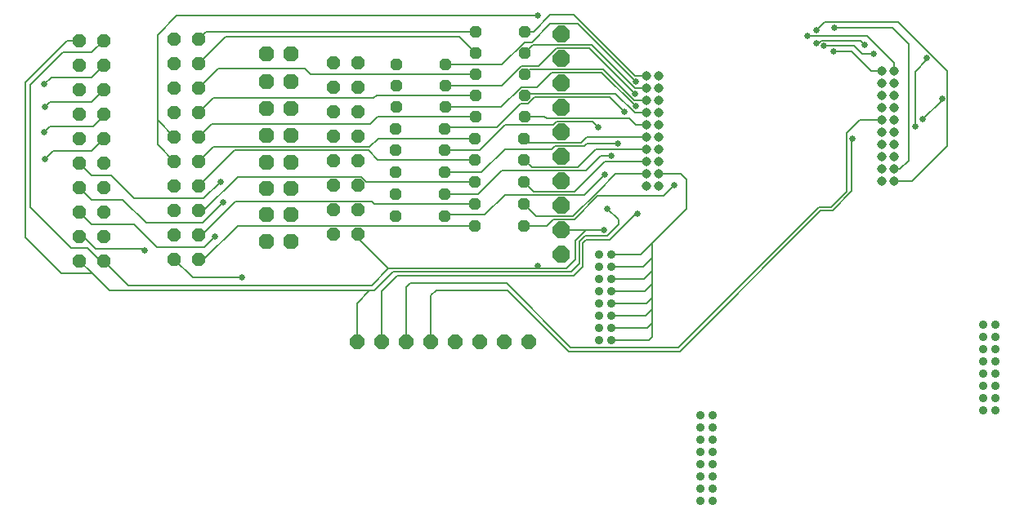
<source format=gbr>
G04 EAGLE Gerber RS-274X export*
G75*
%MOMM*%
%FSLAX34Y34*%
%LPD*%
%INBottom Copper*%
%IPPOS*%
%AMOC8*
5,1,8,0,0,1.08239X$1,22.5*%
G01*
%ADD10C,0.975000*%
%ADD11C,0.914400*%
%ADD12P,1.484606X8X112.500000*%
%ADD13P,1.924489X8X22.500000*%
%ADD14P,1.319650X8X202.500000*%
%ADD15P,1.732040X8X22.500000*%
%ADD16P,1.623585X8X22.500000*%
%ADD17C,0.152400*%
%ADD18C,0.654800*%


D10*
X-40894Y683514D03*
X-40894Y670814D03*
X-40894Y658114D03*
X-40894Y645414D03*
X-40894Y632714D03*
X-40894Y620014D03*
X-40894Y607314D03*
X-40894Y594614D03*
X-40894Y581914D03*
X-40894Y569214D03*
X-53594Y569214D03*
X-53594Y581914D03*
X-53594Y594614D03*
X-53594Y607314D03*
X-53594Y620014D03*
X-53594Y632714D03*
X-53594Y645414D03*
X-53594Y658114D03*
X-53594Y670814D03*
X-53594Y683514D03*
X-284734Y678434D03*
X-284734Y665734D03*
X-284734Y653034D03*
X-284734Y640334D03*
X-284734Y627634D03*
X-284734Y614934D03*
X-284734Y602234D03*
X-284734Y589534D03*
X-284734Y576834D03*
X-284734Y564134D03*
X-297434Y564134D03*
X-297434Y576834D03*
X-297434Y589534D03*
X-297434Y602234D03*
X-297434Y614934D03*
X-297434Y627634D03*
X-297434Y640334D03*
X-297434Y653034D03*
X-297434Y665734D03*
X-297434Y678434D03*
D11*
X51054Y331216D03*
X63754Y331216D03*
X51054Y343916D03*
X63754Y343916D03*
X51054Y356616D03*
X63754Y356616D03*
X51054Y369316D03*
X63754Y369316D03*
X51054Y382016D03*
X63754Y382016D03*
X51054Y394716D03*
X63754Y394716D03*
X51054Y407416D03*
X63754Y407416D03*
X51054Y420116D03*
X63754Y420116D03*
D12*
X-786638Y488442D03*
X-761238Y488442D03*
X-786638Y513842D03*
X-761238Y513842D03*
X-786638Y539242D03*
X-761238Y539242D03*
X-786638Y564642D03*
X-761238Y564642D03*
X-786638Y590042D03*
X-761238Y590042D03*
X-786638Y615442D03*
X-761238Y615442D03*
X-786638Y640842D03*
X-761238Y640842D03*
X-786638Y666242D03*
X-761238Y666242D03*
X-786638Y691642D03*
X-761238Y691642D03*
X-786638Y717042D03*
X-761238Y717042D03*
X-885190Y486918D03*
X-859790Y486918D03*
X-885190Y512318D03*
X-859790Y512318D03*
X-885190Y537718D03*
X-859790Y537718D03*
X-885190Y563118D03*
X-859790Y563118D03*
X-885190Y588518D03*
X-859790Y588518D03*
X-885190Y613918D03*
X-859790Y613918D03*
X-885190Y639318D03*
X-859790Y639318D03*
X-885190Y664718D03*
X-859790Y664718D03*
X-885190Y690118D03*
X-859790Y690118D03*
X-885190Y715518D03*
X-859790Y715518D03*
X-596900Y514096D03*
X-622300Y514096D03*
X-596900Y539496D03*
X-622300Y539496D03*
X-596900Y564896D03*
X-622300Y564896D03*
X-596900Y590296D03*
X-622300Y590296D03*
X-596900Y615696D03*
X-622300Y615696D03*
X-596900Y641096D03*
X-622300Y641096D03*
X-596900Y666496D03*
X-622300Y666496D03*
X-596900Y691896D03*
X-622300Y691896D03*
D13*
X-385826Y493268D03*
X-385826Y518668D03*
X-385826Y544068D03*
X-385826Y569468D03*
X-385826Y594868D03*
X-385826Y620268D03*
X-385826Y645668D03*
X-385826Y671068D03*
X-385826Y696468D03*
X-385826Y721868D03*
D11*
X-334264Y404368D03*
X-346964Y404368D03*
X-334264Y417068D03*
X-346964Y417068D03*
X-334264Y429768D03*
X-346964Y429768D03*
X-334264Y442468D03*
X-346964Y442468D03*
X-334264Y455168D03*
X-346964Y455168D03*
X-334264Y467868D03*
X-346964Y467868D03*
X-334264Y480568D03*
X-346964Y480568D03*
X-334264Y493268D03*
X-346964Y493268D03*
X-229362Y237236D03*
X-242062Y237236D03*
X-229362Y249936D03*
X-242062Y249936D03*
X-229362Y262636D03*
X-242062Y262636D03*
X-229362Y275336D03*
X-242062Y275336D03*
X-229362Y288036D03*
X-242062Y288036D03*
X-229362Y300736D03*
X-242062Y300736D03*
X-229362Y313436D03*
X-242062Y313436D03*
X-229362Y326136D03*
X-242062Y326136D03*
D14*
X-424688Y523240D03*
X-475488Y523240D03*
X-424688Y545846D03*
X-475488Y545846D03*
X-424688Y568706D03*
X-475488Y568706D03*
X-424434Y591820D03*
X-475234Y591820D03*
X-424434Y613664D03*
X-475234Y613664D03*
X-423926Y636270D03*
X-474726Y636270D03*
X-423926Y658622D03*
X-474726Y658622D03*
X-423672Y680466D03*
X-474472Y680466D03*
X-506730Y533146D03*
X-557530Y533146D03*
X-506730Y555752D03*
X-557530Y555752D03*
X-506730Y578612D03*
X-557530Y578612D03*
X-506476Y601726D03*
X-557276Y601726D03*
X-506476Y623570D03*
X-557276Y623570D03*
X-505968Y646176D03*
X-556768Y646176D03*
X-505968Y668528D03*
X-556768Y668528D03*
X-505714Y690372D03*
X-556514Y690372D03*
D15*
X-691388Y506730D03*
X-665988Y506730D03*
X-691388Y534416D03*
X-665988Y534416D03*
X-691388Y561848D03*
X-665988Y561848D03*
X-691388Y589280D03*
X-665988Y589280D03*
X-691388Y616966D03*
X-665988Y616966D03*
X-691388Y644906D03*
X-665988Y644906D03*
X-691388Y673100D03*
X-665988Y673100D03*
X-691388Y701548D03*
X-665988Y701548D03*
D14*
X-423672Y702310D03*
X-474472Y702310D03*
X-423672Y724662D03*
X-474472Y724662D03*
D16*
X-597408Y402844D03*
X-572008Y402844D03*
X-546608Y402844D03*
X-521208Y402844D03*
X-495808Y402844D03*
X-470408Y402844D03*
X-445008Y402844D03*
X-419608Y402844D03*
D17*
X-786638Y615442D02*
X-803910Y632714D01*
X-803910Y721360D01*
X-784098Y741172D01*
X-334264Y493268D02*
X-303784Y493268D01*
X-291592Y505460D02*
X-256032Y541020D01*
X-291592Y505460D02*
X-303784Y493268D01*
X-295402Y404368D02*
X-334264Y404368D01*
X-291592Y408178D02*
X-291592Y422148D01*
X-291592Y436880D01*
X-291592Y448818D01*
X-291592Y462788D01*
X-291592Y476250D01*
X-291592Y490220D01*
X-291592Y505460D01*
X-291592Y408178D02*
X-295402Y404368D01*
X-298704Y429768D02*
X-334264Y429768D01*
X-298704Y429768D02*
X-291592Y436880D01*
X-297942Y442468D02*
X-334264Y442468D01*
X-297942Y442468D02*
X-291592Y448818D01*
X-299212Y455168D02*
X-334264Y455168D01*
X-299212Y455168D02*
X-291592Y462788D01*
X-299974Y467868D02*
X-334264Y467868D01*
X-299974Y467868D02*
X-291592Y476250D01*
X-301244Y480568D02*
X-334264Y480568D01*
X-301244Y480568D02*
X-291592Y490220D01*
X-256032Y541020D02*
X-256032Y570992D01*
X-296672Y417068D02*
X-334264Y417068D01*
X-296672Y417068D02*
X-291592Y422148D01*
X-834136Y461264D02*
X-859790Y486918D01*
X-341244Y518292D02*
X-341244Y518536D01*
D18*
X-341244Y518536D03*
D17*
X-582422Y461264D02*
X-834136Y461264D01*
X-341244Y518292D02*
X-341122Y518414D01*
X-371348Y488188D02*
X-380873Y478663D01*
X-859790Y715518D02*
X-872236Y703072D01*
X-936244Y669036D02*
X-936244Y542036D01*
X-894080Y499872D01*
X-863600Y486918D02*
X-859790Y486918D01*
X-872236Y703072D02*
X-902208Y703072D01*
X-936244Y669036D01*
X-894080Y499872D02*
X-876554Y499872D01*
X-863600Y486918D01*
X-786638Y590042D02*
X-803910Y607314D01*
X-803910Y632714D01*
X-572008Y454914D02*
X-572008Y402844D01*
D18*
X-307086Y535404D03*
D17*
X-556006Y470916D02*
X-572008Y454914D01*
X-556006Y470916D02*
X-373387Y470916D01*
X-308899Y535404D02*
X-307086Y535404D01*
X-363732Y480572D02*
X-373387Y470916D01*
X-335792Y508512D02*
X-308899Y535404D01*
X-380873Y478663D02*
X-409956Y478663D01*
X-565023Y478663D01*
X-582422Y461264D01*
X-385826Y518668D02*
X-360172Y518668D01*
X-341376Y518668D02*
X-341122Y518414D01*
D18*
X-409956Y741172D03*
D17*
X-784098Y741172D01*
D18*
X-409956Y481175D03*
D17*
X-409956Y478663D01*
X-261874Y576834D02*
X-256032Y570992D01*
X-261874Y576834D02*
X-284734Y576834D01*
X-596900Y514096D02*
X-596900Y510540D01*
X-565023Y478663D01*
X-371348Y488188D02*
X-371348Y507492D01*
X-360172Y518668D02*
X-341376Y518668D01*
X-360172Y518668D02*
X-371348Y507492D01*
X-363732Y504948D02*
X-363732Y480572D01*
X-360168Y508512D02*
X-335792Y508512D01*
X-360168Y508512D02*
X-363732Y504948D01*
X-871855Y473583D02*
X-885190Y486918D01*
X-871855Y473583D02*
X-853948Y455676D01*
X-584454Y455676D01*
X-579882Y455676D01*
X-375793Y475615D02*
X-367284Y484124D01*
X-885190Y715518D02*
X-897636Y715518D01*
X-941324Y671830D02*
X-941324Y511302D01*
X-903605Y473583D01*
X-871855Y473583D01*
X-941324Y671830D02*
X-897636Y715518D01*
X-597408Y442722D02*
X-597408Y402844D01*
X-597408Y442722D02*
X-584454Y455676D01*
X-559943Y475615D02*
X-375793Y475615D01*
X-559943Y475615D02*
X-579882Y455676D01*
X-326644Y524764D02*
X-326644Y529844D01*
X-337947Y541147D01*
D18*
X-337947Y541147D03*
D17*
X-367284Y506476D02*
X-367284Y484124D01*
X-360784Y512976D02*
X-338432Y512976D01*
X-360784Y512976D02*
X-367284Y506476D01*
X-338432Y512976D02*
X-326644Y524764D01*
D18*
X-103124Y728726D03*
D17*
X-42926Y728726D01*
X-25654Y711454D01*
X-25654Y591058D01*
X-34798Y581914D02*
X-40894Y581914D01*
X-34798Y581914D02*
X-25654Y591058D01*
X-403098Y636270D02*
X-423926Y636270D01*
X-308356Y627634D02*
X-297434Y627634D01*
X-401320Y634492D02*
X-403098Y636270D01*
X-401320Y634492D02*
X-315214Y634492D01*
X-308356Y627634D01*
X-419862Y609092D02*
X-424434Y613664D01*
X-359410Y614934D02*
X-297434Y614934D01*
X-365252Y609092D02*
X-419862Y609092D01*
X-365252Y609092D02*
X-359410Y614934D01*
D18*
X-309411Y660174D03*
D17*
X-390455Y707644D02*
X-409251Y688848D01*
X-427144Y688848D01*
X-390455Y707644D02*
X-356881Y707644D01*
X-309411Y660174D01*
X-447464Y668528D02*
X-505968Y668528D01*
X-447464Y668528D02*
X-427144Y688848D01*
X-424688Y545846D02*
X-411734Y532892D01*
X-373634Y532892D01*
X-347980Y558546D01*
X-347980Y558800D01*
X-329946Y576834D01*
X-297434Y576834D01*
D18*
X-308395Y672874D03*
D17*
X-416553Y713740D02*
X-424096Y713740D01*
X-416553Y713740D02*
X-397249Y733044D01*
X-368565Y733044D01*
X-308395Y672874D01*
X-447464Y690372D02*
X-505714Y690372D01*
X-447464Y690372D02*
X-424096Y713740D01*
X-424688Y523240D02*
X-400812Y523240D01*
X-394208Y529844D02*
X-372371Y529844D01*
X-394208Y529844D02*
X-400812Y523240D01*
X-372371Y529844D02*
X-348241Y553974D01*
X-280162Y553974D02*
X-268478Y565658D01*
D18*
X-268478Y565658D03*
D17*
X-280162Y553974D02*
X-348241Y553974D01*
X-414274Y558292D02*
X-424688Y568706D01*
X-340868Y589534D02*
X-297434Y589534D01*
X-372110Y558292D02*
X-414274Y558292D01*
X-372110Y558292D02*
X-340868Y589534D01*
X-468630Y578612D02*
X-506730Y578612D01*
D18*
X-327406Y608076D03*
D17*
X-359664Y608076D01*
X-361696Y606044D01*
X-392684Y606044D01*
D18*
X-103632Y704088D03*
D17*
X-85090Y704088D01*
X-64516Y683514D02*
X-53594Y683514D01*
X-64516Y683514D02*
X-85090Y704088D01*
X-392684Y606044D02*
X-395986Y602742D01*
X-444500Y602742D02*
X-468630Y578612D01*
X-444500Y602742D02*
X-395986Y602742D01*
X-414782Y724662D02*
X-423672Y724662D01*
X-414782Y724662D02*
X-397256Y742188D01*
X-373126Y742188D01*
X-309372Y678434D02*
X-297434Y678434D01*
X-309372Y678434D02*
X-373126Y742188D01*
X-505460Y534416D02*
X-506730Y533146D01*
X-505460Y534416D02*
X-465074Y534416D01*
X-444246Y555244D01*
X-361696Y555244D02*
X-340614Y576326D01*
X-361696Y555244D02*
X-444246Y555244D01*
D18*
X-340614Y576326D03*
X-121920Y712978D03*
D17*
X-118579Y712978D01*
X-116095Y715462D01*
X-108006Y715462D02*
X-107950Y715518D01*
X-108006Y715462D02*
X-116095Y715462D01*
X-108006Y715462D02*
X-76144Y715462D01*
X-71882Y711200D01*
D18*
X-71882Y711200D03*
X-121412Y726468D03*
D17*
X-37067Y734794D02*
X14196Y683531D01*
X14196Y605762D01*
X-113086Y734794D02*
X-121412Y726468D01*
X-113086Y734794D02*
X-37067Y734794D01*
X14196Y605762D02*
X-22352Y569214D01*
X-40894Y569214D01*
X-448226Y646176D02*
X-505968Y646176D01*
X-448226Y646176D02*
X-427398Y667004D01*
X-411480Y667004D01*
D18*
X-308742Y647060D03*
D17*
X-343927Y682244D02*
X-396240Y682244D01*
X-343927Y682244D02*
X-308742Y647060D01*
X-396240Y682244D02*
X-411480Y667004D01*
X-546608Y459232D02*
X-546608Y402844D01*
X-546608Y459232D02*
X-542290Y463550D01*
X-442722Y463550D01*
X-376174Y397002D01*
X-264414Y397002D01*
X-119380Y542036D02*
X-106680Y542036D01*
X-89916Y558800D01*
X-89916Y619760D01*
X-76962Y632714D01*
X-53594Y632714D01*
X-119380Y542036D02*
X-264414Y397002D01*
X-416306Y583692D02*
X-424434Y591820D01*
X-350012Y602234D02*
X-297434Y602234D01*
X-368554Y583692D02*
X-416306Y583692D01*
X-368554Y583692D02*
X-350012Y602234D01*
X-329438Y659892D02*
X-422656Y659892D01*
X-423926Y658622D01*
X-309880Y640334D02*
X-297434Y640334D01*
X-309880Y640334D02*
X-329438Y659892D01*
X-470408Y601726D02*
X-506476Y601726D01*
X-470408Y601726D02*
X-443992Y628142D01*
X-427652Y628142D02*
X-427398Y627888D01*
X-394011Y627888D01*
X-390455Y631444D01*
X-353568Y631444D01*
X-347726Y625602D01*
X-427652Y628142D02*
X-443992Y628142D01*
D18*
X-347726Y625602D03*
X-130556Y720316D03*
D17*
X-130528Y720344D02*
X-68845Y720344D01*
X-40922Y683542D02*
X-40894Y683514D01*
X-40922Y692421D02*
X-68845Y720344D01*
X-40922Y692421D02*
X-40922Y683542D01*
X-130528Y720344D02*
X-130556Y720316D01*
X-415290Y710692D02*
X-423672Y702310D01*
X-309118Y665734D02*
X-297434Y665734D01*
X-354076Y710692D02*
X-415290Y710692D01*
X-354076Y710692D02*
X-309118Y665734D01*
X-504444Y625602D02*
X-506476Y623570D01*
X-427990Y650240D02*
X-420454Y650240D01*
X-413850Y656844D01*
X-336042Y656844D02*
X-320802Y641604D01*
D18*
X-320802Y641604D03*
D17*
X-452628Y625602D02*
X-504444Y625602D01*
X-452628Y625602D02*
X-427990Y650240D01*
X-413850Y656844D02*
X-336042Y656844D01*
X-418846Y685292D02*
X-423672Y680466D01*
X-310134Y653034D02*
X-297434Y653034D01*
X-342392Y685292D02*
X-418846Y685292D01*
X-342392Y685292D02*
X-310134Y653034D01*
X-474726Y636270D02*
X-576094Y636270D01*
X-583714Y628650D01*
X-748030Y628650D02*
X-761238Y615442D01*
X-748030Y628650D02*
X-583714Y628650D01*
X-575586Y613664D02*
X-475234Y613664D01*
X-575586Y613664D02*
X-584476Y604774D01*
X-746506Y604774D02*
X-761238Y590042D01*
X-746506Y604774D02*
X-584476Y604774D01*
X-580412Y655574D02*
X-577364Y658622D01*
X-474726Y658622D01*
X-746506Y655574D02*
X-761238Y640842D01*
X-746506Y655574D02*
X-580412Y655574D01*
X-575840Y591820D02*
X-475234Y591820D01*
X-575840Y591820D02*
X-585619Y601599D01*
X-724281Y601599D01*
X-761238Y564642D01*
X-645598Y680466D02*
X-474472Y680466D01*
X-645598Y680466D02*
X-651567Y686435D01*
X-741045Y686435D01*
X-761238Y666242D01*
X-593112Y574040D02*
X-587778Y568706D01*
X-475488Y568706D01*
X-756158Y539242D02*
X-761238Y539242D01*
X-756158Y539242D02*
X-721360Y574040D01*
X-593112Y574040D01*
X-733552Y719328D02*
X-761238Y691642D01*
X-491490Y719328D02*
X-474472Y702310D01*
X-491490Y719328D02*
X-733552Y719328D01*
X-579396Y545846D02*
X-475488Y545846D01*
X-579396Y545846D02*
X-582190Y548640D01*
X-723138Y548640D01*
X-757936Y513842D01*
X-761238Y513842D01*
D18*
X-716534Y469646D03*
D17*
X-767842Y469646D01*
X-786638Y488442D01*
X-753618Y724662D02*
X-474472Y724662D01*
X-753618Y724662D02*
X-761238Y717042D01*
X-721360Y523240D02*
X-756158Y488442D01*
X-761238Y488442D01*
X-721360Y523240D02*
X-475488Y523240D01*
D18*
X8636Y655320D03*
D17*
X8636Y653542D01*
X-11430Y633476D01*
D18*
X-11430Y633476D03*
X-7112Y696976D03*
D17*
X-7112Y695452D01*
X-19304Y683260D01*
X-19304Y625856D01*
D18*
X-19304Y625856D03*
D17*
X-859790Y690118D02*
X-872744Y677164D01*
X-914146Y677164D02*
X-921258Y670052D01*
D18*
X-921258Y670052D03*
D17*
X-914146Y677164D02*
X-872744Y677164D01*
D18*
X-920750Y646176D03*
D17*
X-915416Y651510D01*
X-872744Y651510D01*
X-859790Y664464D01*
X-859790Y664718D01*
D18*
X-921258Y620522D03*
D17*
X-915416Y626364D01*
X-870458Y626364D01*
X-859790Y637032D01*
X-859790Y639318D01*
D18*
X-921004Y592328D03*
D17*
X-912114Y601218D01*
X-872490Y601218D02*
X-859790Y613918D01*
X-872490Y601218D02*
X-912114Y601218D01*
D18*
X-817118Y497840D03*
D17*
X-818642Y499364D01*
X-868426Y499364D01*
X-881380Y512318D01*
X-885190Y512318D01*
D18*
X-744982Y512064D03*
D17*
X-872236Y524764D02*
X-885190Y537718D01*
X-755904Y501142D02*
X-744982Y512064D01*
X-755904Y501142D02*
X-805180Y501142D01*
X-828802Y524764D01*
X-872236Y524764D01*
D18*
X-735838Y547624D03*
D17*
X-735838Y547370D01*
X-757174Y526034D01*
X-815848Y526034D01*
X-872490Y550418D02*
X-885190Y563118D01*
X-840232Y550418D02*
X-815848Y526034D01*
X-840232Y550418D02*
X-872490Y550418D01*
D18*
X-739140Y568706D03*
D17*
X-756158Y551688D01*
X-828294Y551688D01*
X-872490Y575818D02*
X-885190Y588518D01*
X-852424Y575818D02*
X-828294Y551688D01*
X-852424Y575818D02*
X-872490Y575818D01*
X-521208Y450596D02*
X-521208Y402844D01*
X-521208Y450596D02*
X-515366Y456438D01*
X-441960Y456438D01*
X-378460Y392938D01*
X-263144Y392938D01*
X-117094Y538988D02*
X-104909Y538988D01*
X-84836Y559061D01*
X-117094Y538988D02*
X-263144Y392938D01*
X-84836Y613156D02*
X-84328Y613664D01*
D18*
X-84328Y613664D03*
D17*
X-84836Y613156D02*
X-84836Y559061D01*
X-472186Y555752D02*
X-506730Y555752D01*
X-472186Y555752D02*
X-447294Y580644D01*
X-345186Y595884D02*
X-334264Y595884D01*
X-345186Y595884D02*
X-360426Y580644D01*
D18*
X-334264Y595884D03*
X-113792Y709902D03*
D17*
X-82522Y709902D01*
X-74422Y701802D02*
X-62484Y701802D01*
X-74422Y701802D02*
X-82522Y709902D01*
D18*
X-62484Y701802D03*
D17*
X-360426Y580644D02*
X-447294Y580644D01*
M02*

</source>
